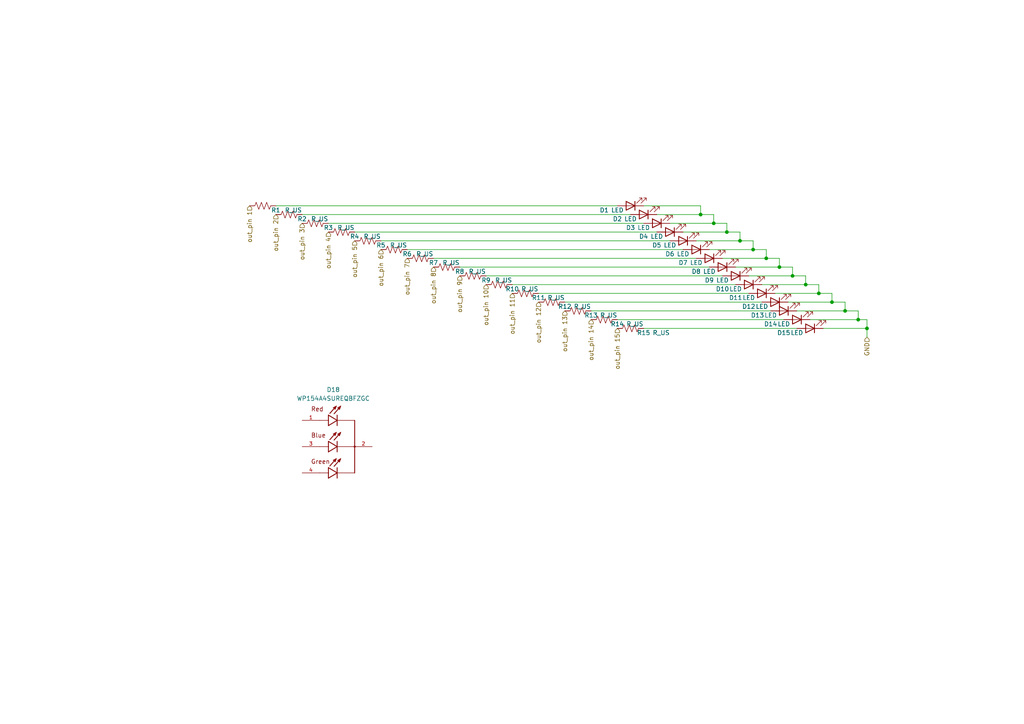
<source format=kicad_sch>
(kicad_sch (version 20230121) (generator eeschema)
  (paper "A4")
  (lib_symbols
    (symbol "Device:LED" (pin_numbers hide) (pin_names (offset 1.016) hide)
      (property "Reference" "D" (at 0 2.54 0))
      (property "Value" "LED" (at 0 -2.54 0))
      (symbol "LED_0_1"
        (polyline (pts (xy -1.27 -1.27) (xy -1.27 1.27)) (stroke (width 0.254)))
        (polyline (pts (xy -1.27 0) (xy 1.27 0)))
        (polyline (pts (xy 1.27 -1.27) (xy 1.27 1.27) (xy -1.27 0) (xy 1.27 -1.27)) (stroke (width 0.254)))
        (polyline (pts (xy -3.048 -0.762) (xy -4.572 -2.286) (xy -3.81 -2.286) (xy -4.572 -2.286) (xy -4.572 -1.524)))
        (polyline (pts (xy -1.778 -0.762) (xy -3.302 -2.286) (xy -2.54 -2.286) (xy -3.302 -2.286) (xy -3.302 -1.524)))
      )
      (symbol "LED_1_1"
        (pin passive line (at -3.81 0 0) (length 2.54) (name "K") (number "1"))
        (pin passive line (at 3.81 0 180) (length 2.54) (name "A") (number "2"))
      )
    )
    (symbol "Device:R_US" (pin_numbers hide) (pin_names (offset 0))
      (property "Reference" "R" (at 2.54 0 90))
      (property "Value" "R_US" (at -2.54 0 90))
      (symbol "R_US_0_1"
        (polyline (pts (xy 0 -2.286) (xy 0 -2.54)))
        (polyline (pts (xy 0 2.286) (xy 0 2.54)))
        (polyline (pts (xy 0 -0.762) (xy 1.016 -1.143) (xy 0 -1.524) (xy -1.016 -1.905) (xy 0 -2.286)))
        (polyline (pts (xy 0 0.762) (xy 1.016 0.381) (xy 0 0) (xy -1.016 -0.381) (xy 0 -0.762)))
        (polyline (pts (xy 0 2.286) (xy 1.016 1.905) (xy 0 1.524) (xy -1.016 1.143) (xy 0 0.762)))
      )
      (symbol "R_US_1_1"
        (pin passive line (at 0 3.81 270) (length 1.27) (name "~") (number "1"))
        (pin passive line (at 0 -3.81 90) (length 1.27) (name "~") (number "2"))
      )
    )
    (symbol "WP154A4SUREQBFZGC:WP154A4SUREQBFZGC" (pin_names (offset 1.016))
      (property "Reference" "D" (at -10.16 12.7 0))
      (property "Value" "WP154A4SUREQBFZGC" (at -10.16 -12.7 0))
      (symbol "WP154A4SUREQBFZGC_0_0"
        (polyline (pts (xy -2.54 -9.144) (xy 0 -7.62)) (stroke (width 0.254)))
        (polyline (pts (xy -2.54 -7.62) (xy -5.08 -7.62)) (stroke (width 0.1524)))
        (polyline (pts (xy -2.54 -7.62) (xy -2.54 -9.144)) (stroke (width 0.254)))
        (polyline (pts (xy -2.54 -6.096) (xy -2.54 -7.62)) (stroke (width 0.254)))
        (polyline (pts (xy -2.54 -1.524) (xy 0 0)) (stroke (width 0.254)))
        (polyline (pts (xy -2.54 0) (xy -5.08 0)) (stroke (width 0.1524)))
        (polyline (pts (xy -2.54 0) (xy -2.54 -1.524)) (stroke (width 0.254)))
        (polyline (pts (xy -2.54 1.524) (xy -2.54 0)) (stroke (width 0.254)))
        (polyline (pts (xy -2.54 6.096) (xy 0 7.62)) (stroke (width 0.254)))
        (polyline (pts (xy -2.54 7.62) (xy -5.08 7.62)) (stroke (width 0.1524)))
        (polyline (pts (xy -2.54 7.62) (xy -2.54 6.096)) (stroke (width 0.254)))
        (polyline (pts (xy -2.54 9.144) (xy -2.54 7.62)) (stroke (width 0.254)))
        (polyline (pts (xy -0.3556 -3.5814) (xy -2.1336 -5.6134)) (stroke (width 0.254)))
        (polyline (pts (xy -0.3556 4.0386) (xy -2.1336 2.0066)) (stroke (width 0.254)))
        (polyline (pts (xy -0.3556 11.6586) (xy -2.1336 9.6266)) (stroke (width 0.254)))
        (polyline (pts (xy 0 -7.62) (xy -2.54 -6.096)) (stroke (width 0.254)))
        (polyline (pts (xy 0 -7.62) (xy 0 -9.144)) (stroke (width 0.254)))
        (polyline (pts (xy 0 -6.096) (xy 0 -7.62)) (stroke (width 0.254)))
        (polyline (pts (xy 0 0) (xy -2.54 1.524)) (stroke (width 0.254)))
        (polyline (pts (xy 0 0) (xy 0 -1.524)) (stroke (width 0.254)))
        (polyline (pts (xy 0 1.524) (xy 0 0)) (stroke (width 0.254)))
        (polyline (pts (xy 0 7.62) (xy -2.54 9.144)) (stroke (width 0.254)))
        (polyline (pts (xy 0 7.62) (xy 0 6.096)) (stroke (width 0.254)))
        (polyline (pts (xy 0 9.144) (xy 0 7.62)) (stroke (width 0.254)))
        (polyline (pts (xy 0.889 -3.683) (xy -0.889 -5.715)) (stroke (width 0.254)))
        (polyline (pts (xy 0.889 3.937) (xy -0.889 1.905)) (stroke (width 0.254)))
        (polyline (pts (xy 0.889 11.557) (xy -0.889 9.525)) (stroke (width 0.254)))
        (polyline (pts (xy 5.08 -7.62) (xy 0 -7.62)) (stroke (width 0.1524)))
        (polyline (pts (xy 5.08 0) (xy 0 0)) (stroke (width 0.1524)))
        (polyline (pts (xy 5.08 0) (xy 5.08 -7.62)) (stroke (width 0.254)))
        (polyline (pts (xy 5.08 7.62) (xy 0 7.62)) (stroke (width 0.1524)))
        (polyline (pts (xy 5.08 7.62) (xy 5.08 0)) (stroke (width 0.254)))
        (polyline (pts (xy -1.143 -3.937) (xy -0.5715 -4.445) (xy -0.1905 -3.429) (xy -1.143 -3.937)) (stroke (width 0.1524)) (fill (type outline)))
        (polyline (pts (xy -1.143 3.683) (xy -0.5715 3.175) (xy -0.1905 4.191) (xy -1.143 3.683)) (stroke (width 0.1524)) (fill (type outline)))
        (polyline (pts (xy -1.143 11.303) (xy -0.5715 10.795) (xy -0.1905 11.811) (xy -1.143 11.303)) (stroke (width 0.1524)) (fill (type outline)))
        (polyline (pts (xy 0.127 -4.0005) (xy 0.6985 -4.5085) (xy 1.0795 -3.429) (xy 0.127 -4.0005)) (stroke (width 0.1524)) (fill (type outline)))
        (polyline (pts (xy 0.127 3.6195) (xy 0.6985 3.1115) (xy 1.0795 4.191) (xy 0.127 3.6195)) (stroke (width 0.1524)) (fill (type outline)))
        (polyline (pts (xy 0.127 11.2395) (xy 0.6985 10.7315) (xy 1.0795 11.811) (xy 0.127 11.2395)) (stroke (width 0.1524)) (fill (type outline)))
        (circle (center 5.08 0) (radius 0.15) (stroke (width 0.3)))
        (text "Blue" (at -7.62 2.54 0) (effects (font (size 1.27 1.27)) (justify left bottom)))
        (text "Green" (at -7.62 -5.08 0) (effects (font (size 1.27 1.27)) (justify left bottom)))
        (text "Red" (at -7.62 10.16 0) (effects (font (size 1.27 1.27)) (justify left bottom)))
        (pin passive line (at -10.16 7.62 0) (length 5.08) (name "~") (number "1"))
        (pin passive line (at 10.16 0 180) (length 5.08) (name "~") (number "2"))
        (pin passive line (at -10.16 0 0) (length 5.08) (name "~") (number "3"))
        (pin passive line (at -10.16 -7.62 0) (length 5.08) (name "~") (number "4"))
      )
    )
  )
  (junction (at 207.01 64.77))
  (junction (at 245.11 90.17))
  (junction (at 218.44 72.39))
  (junction (at 214.63 69.85))
  (junction (at 226.06 77.47))
  (junction (at 241.3 87.63))
  (junction (at 210.82 67.31))
  (junction (at 237.49 85.09))
  (junction (at 222.25 74.93))
  (junction (at 229.87 80.01))
  (junction (at 203.2 62.23))
  (junction (at 251.46 95.25))
  (junction (at 248.92 92.71))
  (junction (at 233.68 82.55))
  (wire (pts (xy 222.25 72.39) (xy 218.44 72.39)))
  (wire (pts (xy 95.25 64.77) (xy 186.69 64.77)))
  (wire (pts (xy 226.06 74.93) (xy 226.06 77.47)))
  (wire (pts (xy 248.92 90.17) (xy 245.11 90.17)))
  (wire (pts (xy 245.11 87.63) (xy 245.11 90.17)))
  (wire (pts (xy 87.63 62.23) (xy 182.88 62.23)))
  (wire (pts (xy 190.5 62.23) (xy 203.2 62.23)))
  (wire (pts (xy 148.59 82.55) (xy 213.36 82.55)))
  (wire (pts (xy 186.69 59.69) (xy 203.2 59.69)))
  (wire (pts (xy 207.01 62.23) (xy 207.01 64.77)))
  (wire (pts (xy 194.31 64.77) (xy 207.01 64.77)))
  (wire (pts (xy 220.98 82.55) (xy 233.68 82.55)))
  (wire (pts (xy 222.25 72.39) (xy 222.25 74.93)))
  (wire (pts (xy 241.3 85.09) (xy 241.3 87.63)))
  (wire (pts (xy 233.68 82.55) (xy 237.49 82.55)))
  (wire (pts (xy 228.6 87.63) (xy 241.3 87.63)))
  (wire (pts (xy 231.14 90.17) (xy 245.11 90.17)))
  (wire (pts (xy 238.76 95.25) (xy 251.46 95.25)))
  (wire (pts (xy 217.17 80.01) (xy 229.87 80.01)))
  (wire (pts (xy 218.44 69.85) (xy 214.63 69.85)))
  (wire (pts (xy 237.49 82.55) (xy 237.49 85.09)))
  (wire (pts (xy 207.01 62.23) (xy 203.2 62.23)))
  (wire (pts (xy 205.74 72.39) (xy 218.44 72.39)))
  (wire (pts (xy 125.73 74.93) (xy 201.93 74.93)))
  (wire (pts (xy 179.07 92.71) (xy 227.33 92.71)))
  (wire (pts (xy 140.97 80.01) (xy 209.55 80.01)))
  (wire (pts (xy 251.46 95.25) (xy 251.46 97.79)))
  (wire (pts (xy 233.68 80.01) (xy 229.87 80.01)))
  (wire (pts (xy 210.82 64.77) (xy 207.01 64.77)))
  (wire (pts (xy 218.44 69.85) (xy 218.44 72.39)))
  (wire (pts (xy 80.01 59.69) (xy 179.07 59.69)))
  (wire (pts (xy 245.11 87.63) (xy 241.3 87.63)))
  (wire (pts (xy 118.11 72.39) (xy 198.12 72.39)))
  (wire (pts (xy 214.63 67.31) (xy 214.63 69.85)))
  (wire (pts (xy 201.93 69.85) (xy 214.63 69.85)))
  (wire (pts (xy 234.95 92.71) (xy 248.92 92.71)))
  (wire (pts (xy 163.83 87.63) (xy 220.98 87.63)))
  (wire (pts (xy 241.3 85.09) (xy 237.49 85.09)))
  (wire (pts (xy 248.92 90.17) (xy 248.92 92.71)))
  (wire (pts (xy 251.46 92.71) (xy 248.92 92.71)))
  (wire (pts (xy 110.49 69.85) (xy 194.31 69.85)))
  (wire (pts (xy 224.79 85.09) (xy 237.49 85.09)))
  (wire (pts (xy 214.63 67.31) (xy 210.82 67.31)))
  (wire (pts (xy 186.69 95.25) (xy 231.14 95.25)))
  (wire (pts (xy 156.21 85.09) (xy 217.17 85.09)))
  (wire (pts (xy 209.55 74.93) (xy 222.25 74.93)))
  (wire (pts (xy 133.35 77.47) (xy 205.74 77.47)))
  (wire (pts (xy 233.68 80.01) (xy 233.68 82.55)))
  (wire (pts (xy 213.36 77.47) (xy 226.06 77.47)))
  (wire (pts (xy 229.87 77.47) (xy 226.06 77.47)))
  (wire (pts (xy 198.12 67.31) (xy 210.82 67.31)))
  (wire (pts (xy 251.46 92.71) (xy 251.46 95.25)))
  (wire (pts (xy 229.87 77.47) (xy 229.87 80.01)))
  (wire (pts (xy 171.45 90.17) (xy 223.52 90.17)))
  (wire (pts (xy 210.82 64.77) (xy 210.82 67.31)))
  (wire (pts (xy 102.87 67.31) (xy 190.5 67.31)))
  (wire (pts (xy 203.2 59.69) (xy 203.2 62.23)))
  (wire (pts (xy 226.06 74.93) (xy 222.25 74.93)))
  (hierarchical_label "out_pin 9" (shape input) (at 133.35 80.01 270))
  (hierarchical_label "out_pin 10" (shape input) (at 140.97 82.55 270))
  (hierarchical_label "out_pin 6" (shape input) (at 110.49 72.39 270))
  (hierarchical_label "GND" (shape input) (at 251.46 97.79 270))
  (hierarchical_label "out_pin 8" (shape input) (at 125.73 77.47 270))
  (hierarchical_label "out_pin 5" (shape input) (at 102.87 69.85 270))
  (hierarchical_label "out_pin 11" (shape input) (at 148.59 85.09 270))
  (hierarchical_label "out_pin 4" (shape input) (at 95.25 67.31 270))
  (hierarchical_label "out_pin 12" (shape input) (at 156.21 87.63 270))
  (hierarchical_label "out_pin 7" (shape input) (at 118.11 74.93 270))
  (hierarchical_label "out_pin 15" (shape input) (at 179.07 95.25 270))
  (hierarchical_label "out_pin 3" (shape input) (at 87.63 64.77 270))
  (hierarchical_label "out_pin 13" (shape input) (at 163.83 90.17 270))
  (hierarchical_label "out_pin 2" (shape input) (at 80.01 62.23 270))
  (hierarchical_label "out_pin 14" (shape input) (at 171.45 92.71 270))
  (hierarchical_label "out_pin 1" (shape input) (at 72.39 59.69 270))
  (symbol (lib_id "Device:LED") (at 201.93 72.39 180) (unit 1)
    (property "Reference" "D6" (at 194.31 73.66 0))
    (property "Value" "LED" (at 198.12 73.66 0))
    (property "Footprint" "LED_THT:LED_D3.0mm" (effects hide))
  )
  (symbol (lib_id "Device:R_US") (at 121.92 74.93 90) (unit 1)
    (property "Reference" "R7" (at 125.73 76.2 90))
    (property "Value" "R_US" (at 130.81 76.2 90))
    (property "Footprint" "Resistor_THT:R_Axial_DIN0207_L6.3mm_D2.5mm_P10.16mm_Horizontal" (effects hide))
    (instances (project "4-bit-array-decoder" (path "" (reference "R7") (unit 1))) (project "ROSE-PILK_v1" (path "" (reference "R19") (unit 1))))
  )
  (symbol (lib_id "Device:LED") (at 213.36 80.01 180) (unit 1)
    (property "Reference" "D9" (at 205.74 81.28 0))
    (property "Value" "LED" (at 209.55 81.28 0))
    (property "Footprint" "LED_THT:LED_D3.0mm" (effects hide))
  )
  (symbol (lib_id "Device:R_US") (at 91.44 64.77 90) (unit 1)
    (property "Reference" "R3" (at 95.25 66.04 90))
    (property "Value" "R_US" (at 100.33 66.04 90))
    (property "Footprint" "Resistor_THT:R_Axial_DIN0207_L6.3mm_D2.5mm_P10.16mm_Horizontal" (effects hide))
    (instances (project "4-bit-array-decoder" (path "" (reference "R3") (unit 1))) (project "ROSE-PILK_v1" (path "" (reference "R15") (unit 1))))
  )
  (symbol (lib_id "Device:R_US") (at 106.68 69.85 90) (unit 1)
    (property "Reference" "R5" (at 110.49 71.12 90))
    (property "Value" "R_US" (at 115.57 71.12 90))
    (property "Footprint" "Resistor_THT:R_Axial_DIN0207_L6.3mm_D2.5mm_P10.16mm_Horizontal" (effects hide))
    (instances (project "4-bit-array-decoder" (path "" (reference "R5") (unit 1))) (project "ROSE-PILK_v1" (path "" (reference "R17") (unit 1))))
  )
  (symbol (lib_id "Device:R_US") (at 129.54 77.47 90) (unit 1)
    (property "Reference" "R8" (at 133.35 78.74 90))
    (property "Value" "R_US" (at 138.43 78.74 90))
    (property "Footprint" "Resistor_THT:R_Axial_DIN0207_L6.3mm_D2.5mm_P10.16mm_Horizontal" (effects hide))
    (instances (project "4-bit-array-decoder" (path "" (reference "R8") (unit 1))) (project "ROSE-PILK_v1" (path "" (reference "R20") (unit 1))))
  )
  (symbol (lib_id "Device:LED") (at 205.74 74.93 180) (unit 1)
    (property "Reference" "D7" (at 198.12 76.2 0))
    (property "Value" "LED" (at 201.93 76.2 0))
    (property "Footprint" "LED_THT:LED_D3.0mm" (effects hide))
  )
  (symbol (lib_id "Device:R_US") (at 175.26 92.71 90) (unit 1)
    (property "Reference" "R14" (at 179.07 93.98 90))
    (property "Value" "R_US" (at 184.15 93.98 90))
    (property "Footprint" "Resistor_THT:R_Axial_DIN0207_L6.3mm_D2.5mm_P10.16mm_Horizontal" (effects hide))
    (instances (project "4-bit-array-decoder" (path "" (reference "R14") (unit 1))) (project "ROSE-PILK_v1" (path "" (reference "R26") (unit 1))))
  )
  (symbol (lib_id "Device:R_US") (at 137.16 80.01 90) (unit 1)
    (property "Reference" "R9" (at 140.97 81.28 90))
    (property "Value" "R_US" (at 146.05 81.28 90))
    (property "Footprint" "Resistor_THT:R_Axial_DIN0207_L6.3mm_D2.5mm_P10.16mm_Horizontal" (effects hide))
    (instances (project "4-bit-array-decoder" (path "" (reference "R9") (unit 1))) (project "ROSE-PILK_v1" (path "" (reference "R21") (unit 1))))
  )
  (symbol (lib_id "Device:R_US") (at 152.4 85.09 90) (unit 1)
    (property "Reference" "R11" (at 156.21 86.36 90))
    (property "Value" "R_US" (at 161.29 86.36 90))
    (property "Footprint" "Resistor_THT:R_Axial_DIN0207_L6.3mm_D2.5mm_P10.16mm_Horizontal" (effects hide))
    (instances (project "4-bit-array-decoder" (path "" (reference "R11") (unit 1))) (project "ROSE-PILK_v1" (path "" (reference "R23") (unit 1))))
  )
  (symbol (lib_id "Device:R_US") (at 182.88 95.25 90) (unit 1)
    (property "Reference" "R15" (at 186.69 96.52 90))
    (property "Value" "R_US" (at 191.77 96.52 90))
    (property "Footprint" "Resistor_THT:R_Axial_DIN0207_L6.3mm_D2.5mm_P10.16mm_Horizontal" (effects hide))
    (instances (project "4-bit-array-decoder" (path "" (reference "R15") (unit 1))) (project "ROSE-PILK_v1" (path "" (reference "R27") (unit 1))))
  )
  (symbol (lib_id "Device:LED") (at 209.55 77.47 180) (unit 1)
    (property "Reference" "D8" (at 201.93 78.74 0))
    (property "Value" "LED" (at 205.74 78.74 0))
    (property "Footprint" "LED_THT:LED_D3.0mm" (effects hide))
  )
  (symbol (lib_id "Device:LED") (at 198.12 69.85 180) (unit 1)
    (property "Reference" "D5" (at 190.5 71.12 0))
    (property "Value" "LED" (at 194.31 71.12 0))
    (property "Footprint" "LED_THT:LED_D3.0mm" (effects hide))
  )
  (symbol (lib_id "Device:LED") (at 227.33 90.17 180) (unit 1)
    (property "Reference" "D13" (at 219.71 91.44 0))
    (property "Value" "LED" (at 223.52 91.44 0))
    (property "Footprint" "LED_THT:LED_D3.0mm" (effects hide))
  )
  (symbol (lib_id "Device:LED") (at 186.69 62.23 180) (unit 1)
    (property "Reference" "D2" (at 179.07 63.5 0))
    (property "Value" "LED" (at 182.88 63.5 0))
    (property "Footprint" "LED_THT:LED_D3.0mm" (effects hide))
  )
  (symbol (lib_id "Device:LED") (at 190.5 64.77 180) (unit 1)
    (property "Reference" "D3" (at 182.88 66.04 0))
    (property "Value" "LED" (at 186.69 66.04 0))
    (property "Footprint" "LED_THT:LED_D3.0mm" (effects hide))
  )
  (symbol (lib_id "Device:LED") (at 234.95 95.25 180) (unit 1)
    (property "Reference" "D15" (at 227.33 96.52 0))
    (property "Value" "LED" (at 231.14 96.52 0))
    (property "Footprint" "LED_THT:LED_D3.0mm" (effects hide))
  )
  (symbol (lib_id "Device:R_US") (at 144.78 82.55 90) (unit 1)
    (property "Reference" "R10" (at 148.59 83.82 90))
    (property "Value" "R_US" (at 153.67 83.82 90))
    (property "Footprint" "Resistor_THT:R_Axial_DIN0207_L6.3mm_D2.5mm_P10.16mm_Horizontal" (effects hide))
    (instances (project "4-bit-array-decoder" (path "" (reference "R10") (unit 1))) (project "ROSE-PILK_v1" (path "" (reference "R22") (unit 1))))
  )
  (symbol (lib_id "WP154A4SUREQBFZGC:WP154A4SUREQBFZGC") (at 97.79 129.54 0) (unit 1)
    (property "Reference" "D18" (at 96.67 113.03 0))
    (property "Value" "WP154A4SUREQBFZGC" (at 96.67 115.57 0))
    (property "Footprint" "WP154A4SUREQBFZGC:LED_WP154A4SUREQBFZGC" (effects hide))
    (property "SNAPEDA_PACKAGE_ID" "25043" (effects hide))
    (property "MAXIMUM_PACKAGE_HEIGHT" "9.6 mm" (effects hide))
    (property "STANDARD" "Manufacturer Recommendations" (effects hide))
    (property "PARTREV" "V.9A" (effects hide))
    (property "MANUFACTURER" "Kingbright" (effects hide))
    (property "SNAPEDA_PN" "WP154A4SUREQBFZGC" (effects hide))
  )
  (symbol (lib_id "Device:LED") (at 217.17 82.55 180) (unit 1)
    (property "Reference" "D10" (at 209.55 83.82 0))
    (property "Value" "LED" (at 213.36 83.82 0))
    (property "Footprint" "LED_THT:LED_D3.0mm" (effects hide))
  )
  (symbol (lib_id "Device:LED") (at 231.14 92.71 180) (unit 1)
    (property "Reference" "D14" (at 223.52 93.98 0))
    (property "Value" "LED" (at 227.33 93.98 0))
    (property "Footprint" "LED_THT:LED_D3.0mm" (effects hide))
  )
  (symbol (lib_id "Device:LED") (at 220.98 85.09 180) (unit 1)
    (property "Reference" "D11" (at 213.36 86.36 0))
    (property "Value" "LED" (at 217.17 86.36 0))
    (property "Footprint" "LED_THT:LED_D3.0mm" (effects hide))
  )
  (symbol (lib_id "Device:R_US") (at 76.2 59.69 90) (unit 1)
    (property "Reference" "R1" (at 80.01 60.96 90))
    (property "Value" "R_US" (at 85.09 60.96 90))
    (property "Footprint" "Resistor_THT:R_Axial_DIN0207_L6.3mm_D2.5mm_P10.16mm_Horizontal" (effects hide))
    (instances (project "4-bit-array-decoder" (path "" (reference "R1") (unit 1))) (project "ROSE-PILK_v1" (path "" (reference "R13") (unit 1))))
  )
  (symbol (lib_id "Device:LED") (at 224.79 87.63 180) (unit 1)
    (property "Reference" "D12" (at 217.17 88.9 0))
    (property "Value" "LED" (at 220.98 88.9 0))
    (property "Footprint" "LED_THT:LED_D3.0mm" (effects hide))
  )
  (symbol (lib_id "Device:R_US") (at 167.64 90.17 90) (unit 1)
    (property "Reference" "R13" (at 171.45 91.44 90))
    (property "Value" "R_US" (at 176.53 91.44 90))
    (property "Footprint" "Resistor_THT:R_Axial_DIN0207_L6.3mm_D2.5mm_P10.16mm_Horizontal" (effects hide))
    (instances (project "4-bit-array-decoder" (path "" (reference "R13") (unit 1))) (project "ROSE-PILK_v1" (path "" (reference "R25") (unit 1))))
  )
  (symbol (lib_id "Device:R_US") (at 114.3 72.39 90) (unit 1)
    (property "Reference" "R6" (at 118.11 73.66 90))
    (property "Value" "R_US" (at 123.19 73.66 90))
    (property "Footprint" "Resistor_THT:R_Axial_DIN0207_L6.3mm_D2.5mm_P10.16mm_Horizontal" (effects hide))
    (instances (project "4-bit-array-decoder" (path "" (reference "R6") (unit 1))) (project "ROSE-PILK_v1" (path "" (reference "R18") (unit 1))))
  )
  (symbol (lib_id "Device:LED") (at 182.88 59.69 180) (unit 1)
    (property "Reference" "D1" (at 175.26 60.96 0))
    (property "Value" "LED" (at 179.07 60.96 0))
    (property "Footprint" "LED_THT:LED_D3.0mm" (effects hide))
  )
  (symbol (lib_id "Device:R_US") (at 160.02 87.63 90) (unit 1)
    (property "Reference" "R12" (at 163.83 88.9 90))
    (property "Value" "R_US" (at 168.91 88.9 90))
    (property "Footprint" "Resistor_THT:R_Axial_DIN0207_L6.3mm_D2.5mm_P10.16mm_Horizontal" (effects hide))
    (instances (project "4-bit-array-decoder" (path "" (reference "R12") (unit 1))) (project "ROSE-PILK_v1" (path "" (reference "R24") (unit 1))))
  )
  (symbol (lib_id "Device:LED") (at 194.31 67.31 180) (unit 1)
    (property "Reference" "D4" (at 186.69 68.58 0))
    (property "Value" "LED" (at 190.5 68.58 0))
    (property "Footprint" "LED_THT:LED_D3.0mm" (effects hide))
  )
  (symbol (lib_id "Device:R_US") (at 99.06 67.31 90) (unit 1)
    (property "Reference" "R4" (at 102.87 68.58 90))
    (property "Value" "R_US" (at 107.95 68.58 90))
    (property "Footprint" "Resistor_THT:R_Axial_DIN0207_L6.3mm_D2.5mm_P10.16mm_Horizontal" (effects hide))
    (instances (project "4-bit-array-decoder" (path "" (reference "R4") (unit 1))) (project "ROSE-PILK_v1" (path "" (reference "R16") (unit 1))))
  )
  (symbol (lib_id "Device:R_US") (at 83.82 62.23 90) (unit 1)
    (property "Reference" "R2" (at 87.63 63.5 90))
    (property "Value" "R_US" (at 92.71 63.5 90))
    (property "Footprint" "Resistor_THT:R_Axial_DIN0207_L6.3mm_D2.5mm_P10.16mm_Horizontal" (effects hide))
    (instances (project "4-bit-array-decoder" (path "" (reference "R2") (unit 1))) (project "ROSE-PILK_v1" (path "" (reference "R14") (unit 1))))
  )
)
</source>
